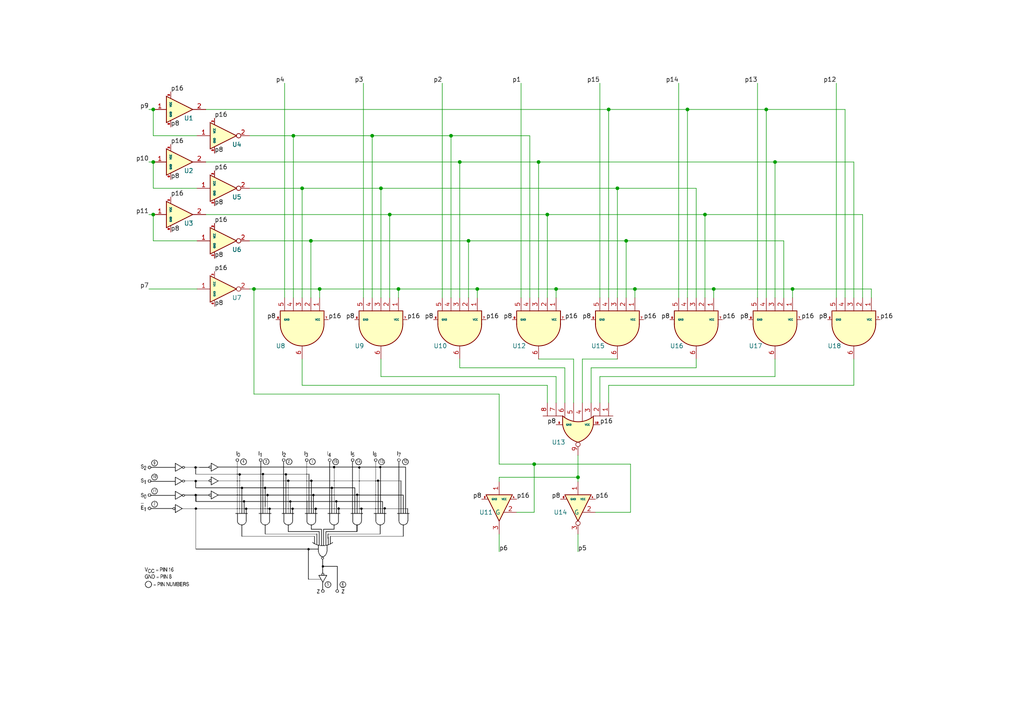
<source format=kicad_sch>
(kicad_sch (version 20231120) (generator "eeschema") (generator_version "8.0")
  (paper "A4")
  (lib_symbols
    (symbol "SimCad:AND5" (pin_names (offset 1.016))
      (property "Reference" "U" (at 2.54 7.62 0))
      (symbol "AND5_1_1"
        (polyline (pts (xy 1.27 6.35) (xy -2.54 6.35) (xy -2.54 -6.35) (xy 1.27 -6.35)) (stroke (width 0.254)) (fill (type background)))
        (arc (start 1.27 -6.35) (mid 7.62 0) (end 1.27 6.35) (stroke (width 0.254)) (fill (type background)))
        (pin input line (at 0 -7.62 90) (length 1.27) (name "GND") (number "0"))
        (pin input line (at -6.35 5.08 0) (length 3.81) (name "~") (number "1"))
        (pin input line (at -6.35 2.54 0) (length 3.81) (name "~") (number "2"))
        (pin input line (at -6.35 0 0) (length 3.81) (name "~") (number "3"))
        (pin input line (at -6.35 -2.54 0) (length 3.81) (name "~") (number "4"))
        (pin input line (at -6.35 -5.08 0) (length 3.81) (name "~") (number "5"))
        (pin output line (at 11.43 0 180) (length 3.81) (name "~") (number "6"))
        (pin input line (at 0 7.62 270) (length 1.27) (name "VCC") (number "7"))
      )
    )
    (symbol "SimCad:BUF" (pin_names (offset 1.016))
      (property "Reference" "U" (at 2.54 5.08 0))
      (symbol "BUF_1_1"
        (polyline (pts (xy -1.27 3.81) (xy -1.27 -3.81) (xy 6.35 0) (xy -1.27 3.81)) (stroke (width 0.254)) (fill (type background)))
        (pin input line (at 0 -5.08 90) (length 1.8034) (name "GND") (number "0"))
        (pin input line (at -5.08 0 0) (length 3.81) (name "~") (number "1"))
        (pin output line (at 10.16 0 180) (length 3.81) (name "~") (number "2"))
        (pin input line (at 0 5.08 270) (length 1.8034) (name "VCC") (number "3"))
      )
    )
    (symbol "SimCad:BUF_G" (pin_names (offset 1.016))
      (property "Reference" "U" (at -3.81 5.08 0))
      (symbol "BUF_G_1_1"
        (polyline (pts (xy -1.27 3.81) (xy -1.27 -3.81) (xy 6.35 0) (xy -1.27 3.81)) (stroke (width 0.254)) (fill (type background)))
        (pin input line (at 0 -5.08 90) (length 1.8034) (name "GND") (number "0"))
        (pin input line (at -5.08 0 0) (length 3.81) (name "~") (number "1"))
        (pin input line (at 3.81 5.08 270) (length 3.7084) (name "G") (number "2"))
        (pin output line (at 10.16 0 180) (length 3.81) (name "~") (number "3"))
        (pin input line (at 0 5.08 270) (length 1.8034) (name "VCC") (number "4"))
      )
    )
    (symbol "SimCad:INV" (pin_names (offset 1.016))
      (property "Reference" "U" (at 2.54 5.08 0))
      (symbol "INV_1_1"
        (polyline (pts (xy -1.27 3.81) (xy -1.27 -3.81) (xy 6.35 0) (xy -1.27 3.81)) (stroke (width 0.254)) (fill (type background)))
        (pin input line (at 0 -5.08 90) (length 1.8034) (name "GND") (number "0"))
        (pin input line (at -5.08 0 0) (length 3.81) (name "~") (number "1"))
        (pin output inverted (at 10.16 0 180) (length 3.81) (name "~") (number "2"))
        (pin input line (at 0 5.08 270) (length 1.8034) (name "VCC") (number "3"))
      )
    )
    (symbol "SimCad:INV_G" (pin_names (offset 1.016))
      (property "Reference" "U" (at -5.08 5.08 0))
      (symbol "INV_G_1_1"
        (polyline (pts (xy -1.27 3.81) (xy -1.27 -3.81) (xy 6.35 0) (xy -1.27 3.81)) (stroke (width 0.254)) (fill (type background)))
        (pin input line (at 0 -5.08 90) (length 1.8034) (name "GND") (number "0"))
        (pin input line (at -5.08 0 0) (length 3.81) (name "~") (number "1"))
        (pin input line (at 3.81 5.08 270) (length 3.7084) (name "G") (number "2"))
        (pin output inverted (at 10.16 0 180) (length 3.81) (name "~") (number "3"))
        (pin input line (at 0 5.08 270) (length 1.8034) (name "VCC") (number "4"))
      )
    )
    (symbol "SimCad:NOR8" (pin_names (offset 1.016))
      (property "Reference" "U" (at 5.08 -5.08 0))
      (symbol "NOR8_0_1"
        (polyline (pts (xy -2.54 -5.08) (xy -2.54 -10.16)))
        (polyline (pts (xy -2.54 -5.08) (xy -2.54 -4.445)))
        (polyline (pts (xy -2.54 5.08) (xy -2.54 4.445)))
        (polyline (pts (xy -2.54 5.08) (xy -2.54 10.16)))
      )
      (symbol "NOR8_1_1"
        (arc (start -2.54 -4.445) (mid -0.8518 -0.023) (end -2.413 4.445) (stroke (width 0.254)))
        (arc (start 0 -4.445) (mid 3.2076 -2.9869) (end 5.08 0) (stroke (width 0.254)) (fill (type background)))
        (polyline (pts (xy 0 -4.445) (xy -2.54 -4.445)) (stroke (width 0.254)))
        (polyline (pts (xy 0 4.445) (xy -2.413 4.445)) (stroke (width 0.254)))
        (polyline (pts (xy 0 4.445) (xy 0 -4.445) (xy -2.54 -4.445) (xy -1.651 -3.175) (xy -1.016 -1.397) (xy -0.889 -0.254) (xy -0.889 0.635) (xy -1.016 1.651) (xy -1.27 2.286) (xy -1.524 3.048) (xy -1.905 3.683) (xy -2.413 4.445) (xy 0 4.445)) (stroke (width -25.4)) (fill (type background)))
        (arc (start 5.08 0) (mid 3.1803 2.9562) (end 0 4.445) (stroke (width 0.254)) (fill (type background)))
        (pin input line (at 0 -6.35 90) (length 1.8034) (name "GND") (number "0"))
        (pin input line (at -6.35 8.89 0) (length 3.81) (name "~") (number "1"))
        (pin input line (at 0 6.35 270) (length 1.8034) (name "VCC") (number "10"))
        (pin input line (at -6.35 6.35 0) (length 3.81) (name "~") (number "2"))
        (pin input line (at -6.35 3.81 0) (length 4.2926) (name "~") (number "3"))
        (pin input line (at -6.35 1.27 0) (length 5.3086) (name "~") (number "4"))
        (pin input line (at -6.35 -1.27 0) (length 5.3086) (name "~") (number "5"))
        (pin input line (at -6.35 -3.81 0) (length 4.2926) (name "~") (number "6"))
        (pin input line (at -6.35 -6.35 0) (length 3.81) (name "~") (number "7"))
        (pin input line (at -6.35 -8.89 0) (length 3.81) (name "~") (number "8"))
        (pin output inverted (at 8.89 0 180) (length 3.81) (name "~") (number "9"))
      )
    )
  )
  (junction (at 85.09 39.37))
  (junction (at 224.79 46.99))
  (junction (at 181.61 69.85))
  (junction (at 87.63 54.61))
  (junction (at 161.29 83.82))
  (junction (at 199.39 31.75))
  (junction (at 229.87 83.82))
  (junction (at 44.45 31.75))
  (junction (at 44.45 46.99))
  (junction (at 179.07 54.61))
  (junction (at 154.94 134.62))
  (junction (at 156.21 46.99))
  (junction (at 207.01 83.82))
  (junction (at 133.35 46.99))
  (junction (at 110.49 54.61))
  (junction (at 135.89 69.85))
  (junction (at 158.75 62.23))
  (junction (at 204.47 62.23))
  (junction (at 90.17 69.85))
  (junction (at 222.25 31.75))
  (junction (at 92.71 83.82))
  (junction (at 176.53 31.75))
  (junction (at 138.43 83.82))
  (junction (at 184.15 83.82))
  (junction (at 73.66 83.82))
  (junction (at 107.95 39.37))
  (junction (at 113.03 62.23))
  (junction (at 44.45 62.23))
  (junction (at 115.57 83.82))
  (junction (at 130.81 39.37))
  (junction (at 167.64 138.43))
  (wire (pts (xy 163.83 116.84) (xy 163.83 106.68)))
  (wire (pts (xy 222.25 31.75) (xy 222.25 86.36)))
  (wire (pts (xy 204.47 62.23) (xy 204.47 86.36)))
  (wire (pts (xy 173.99 86.36) (xy 173.99 24.13)))
  (wire (pts (xy 138.43 83.82) (xy 138.43 86.36)))
  (wire (pts (xy 73.66 83.82) (xy 92.71 83.82)))
  (wire (pts (xy 128.27 86.36) (xy 128.27 24.13)))
  (wire (pts (xy 72.39 83.82) (xy 73.66 83.82)))
  (wire (pts (xy 161.29 109.22) (xy 110.49 109.22)))
  (wire (pts (xy 107.95 39.37) (xy 107.95 86.36)))
  (wire (pts (xy 247.65 111.76) (xy 247.65 104.14)))
  (wire (pts (xy 72.39 69.85) (xy 90.17 69.85)))
  (wire (pts (xy 156.21 46.99) (xy 224.79 46.99)))
  (wire (pts (xy 105.41 86.36) (xy 105.41 24.13)))
  (wire (pts (xy 158.75 62.23) (xy 204.47 62.23)))
  (wire (pts (xy 73.66 114.3) (xy 144.78 114.3)))
  (wire (pts (xy 176.53 111.76) (xy 247.65 111.76)))
  (wire (pts (xy 72.39 54.61) (xy 87.63 54.61)))
  (wire (pts (xy 229.87 83.82) (xy 229.87 86.36)))
  (wire (pts (xy 57.15 54.61) (xy 44.45 54.61)))
  (wire (pts (xy 181.61 69.85) (xy 181.61 86.36)))
  (wire (pts (xy 156.21 46.99) (xy 156.21 86.36)))
  (wire (pts (xy 44.45 46.99) (xy 43.18 46.99)))
  (wire (pts (xy 182.88 148.59) (xy 182.88 134.62)))
  (wire (pts (xy 133.35 46.99) (xy 133.35 86.36)))
  (wire (pts (xy 199.39 31.75) (xy 199.39 86.36)))
  (wire (pts (xy 154.94 148.59) (xy 154.94 134.62)))
  (wire (pts (xy 207.01 83.82) (xy 229.87 83.82)))
  (wire (pts (xy 87.63 54.61) (xy 110.49 54.61)))
  (wire (pts (xy 85.09 39.37) (xy 107.95 39.37)))
  (wire (pts (xy 181.61 69.85) (xy 227.33 69.85)))
  (wire (pts (xy 247.65 46.99) (xy 247.65 86.36)))
  (wire (pts (xy 167.64 138.43) (xy 167.64 139.7)))
  (wire (pts (xy 57.15 83.82) (xy 43.18 83.82)))
  (wire (pts (xy 161.29 116.84) (xy 161.29 109.22)))
  (wire (pts (xy 224.79 46.99) (xy 247.65 46.99)))
  (wire (pts (xy 90.17 69.85) (xy 135.89 69.85)))
  (wire (pts (xy 184.15 83.82) (xy 207.01 83.82)))
  (wire (pts (xy 113.03 62.23) (xy 158.75 62.23)))
  (wire (pts (xy 110.49 109.22) (xy 110.49 104.14)))
  (wire (pts (xy 92.71 83.82) (xy 115.57 83.82)))
  (wire (pts (xy 171.45 116.84) (xy 171.45 106.68)))
  (wire (pts (xy 144.78 114.3) (xy 144.78 134.62)))
  (wire (pts (xy 87.63 111.76) (xy 87.63 104.14)))
  (wire (pts (xy 59.69 31.75) (xy 176.53 31.75)))
  (wire (pts (xy 110.49 54.61) (xy 110.49 86.36)))
  (wire (pts (xy 158.75 111.76) (xy 87.63 111.76)))
  (wire (pts (xy 222.25 31.75) (xy 245.11 31.75)))
  (wire (pts (xy 87.63 54.61) (xy 87.63 86.36)))
  (wire (pts (xy 57.15 69.85) (xy 44.45 69.85)))
  (wire (pts (xy 167.64 154.94) (xy 167.64 160.02)))
  (wire (pts (xy 59.69 46.99) (xy 133.35 46.99)))
  (wire (pts (xy 133.35 106.68) (xy 133.35 104.14)))
  (wire (pts (xy 130.81 39.37) (xy 130.81 86.36)))
  (wire (pts (xy 167.64 138.43) (xy 144.78 138.43)))
  (wire (pts (xy 250.19 62.23) (xy 250.19 86.36)))
  (wire (pts (xy 176.53 31.75) (xy 176.53 86.36)))
  (wire (pts (xy 59.69 62.23) (xy 113.03 62.23)))
  (wire (pts (xy 201.93 54.61) (xy 201.93 86.36)))
  (wire (pts (xy 224.79 46.99) (xy 224.79 86.36)))
  (wire (pts (xy 167.64 132.08) (xy 167.64 138.43)))
  (wire (pts (xy 133.35 46.99) (xy 156.21 46.99)))
  (wire (pts (xy 168.91 104.14) (xy 179.07 104.14)))
  (wire (pts (xy 224.79 109.22) (xy 224.79 104.14)))
  (wire (pts (xy 163.83 106.68) (xy 133.35 106.68)))
  (wire (pts (xy 172.72 148.59) (xy 182.88 148.59)))
  (wire (pts (xy 115.57 83.82) (xy 115.57 86.36)))
  (wire (pts (xy 179.07 54.61) (xy 201.93 54.61)))
  (wire (pts (xy 161.29 83.82) (xy 161.29 86.36)))
  (wire (pts (xy 44.45 54.61) (xy 44.45 46.99)))
  (wire (pts (xy 173.99 109.22) (xy 224.79 109.22)))
  (wire (pts (xy 184.15 83.82) (xy 184.15 86.36)))
  (wire (pts (xy 85.09 39.37) (xy 85.09 86.36)))
  (wire (pts (xy 135.89 69.85) (xy 181.61 69.85)))
  (wire (pts (xy 158.75 62.23) (xy 158.75 86.36)))
  (wire (pts (xy 166.37 104.14) (xy 156.21 104.14)))
  (wire (pts (xy 92.71 83.82) (xy 92.71 86.36)))
  (wire (pts (xy 107.95 39.37) (xy 130.81 39.37)))
  (wire (pts (xy 182.88 134.62) (xy 154.94 134.62)))
  (wire (pts (xy 173.99 116.84) (xy 173.99 109.22)))
  (wire (pts (xy 144.78 138.43) (xy 144.78 139.7)))
  (wire (pts (xy 110.49 54.61) (xy 179.07 54.61)))
  (wire (pts (xy 171.45 106.68) (xy 201.93 106.68)))
  (wire (pts (xy 44.45 31.75) (xy 43.18 31.75)))
  (wire (pts (xy 168.91 116.84) (xy 168.91 104.14)))
  (wire (pts (xy 138.43 83.82) (xy 161.29 83.82)))
  (wire (pts (xy 161.29 83.82) (xy 184.15 83.82)))
  (wire (pts (xy 73.66 114.3) (xy 73.66 83.82)))
  (wire (pts (xy 153.67 39.37) (xy 153.67 86.36)))
  (wire (pts (xy 90.17 69.85) (xy 90.17 86.36)))
  (wire (pts (xy 242.57 86.36) (xy 242.57 24.13)))
  (wire (pts (xy 44.45 69.85) (xy 44.45 62.23)))
  (wire (pts (xy 227.33 69.85) (xy 227.33 86.36)))
  (wire (pts (xy 72.39 39.37) (xy 85.09 39.37)))
  (wire (pts (xy 179.07 54.61) (xy 179.07 86.36)))
  (wire (pts (xy 166.37 116.84) (xy 166.37 104.14)))
  (wire (pts (xy 229.87 83.82) (xy 252.73 83.82)))
  (wire (pts (xy 113.03 62.23) (xy 113.03 86.36)))
  (wire (pts (xy 176.53 116.84) (xy 176.53 111.76)))
  (wire (pts (xy 252.73 83.82) (xy 252.73 86.36)))
  (wire (pts (xy 82.55 86.36) (xy 82.55 24.13)))
  (wire (pts (xy 196.85 86.36) (xy 196.85 24.13)))
  (wire (pts (xy 158.75 116.84) (xy 158.75 111.76)))
  (wire (pts (xy 149.86 148.59) (xy 154.94 148.59)))
  (wire (pts (xy 44.45 62.23) (xy 43.18 62.23)))
  (wire (pts (xy 144.78 160.02) (xy 144.78 154.94)))
  (wire (pts (xy 44.45 39.37) (xy 44.45 31.75)))
  (wire (pts (xy 199.39 31.75) (xy 222.25 31.75)))
  (wire (pts (xy 115.57 83.82) (xy 138.43 83.82)))
  (wire (pts (xy 151.13 86.36) (xy 151.13 24.13)))
  (wire (pts (xy 219.71 86.36) (xy 219.71 24.13)))
  (wire (pts (xy 245.11 31.75) (xy 245.11 86.36)))
  (wire (pts (xy 154.94 134.62) (xy 144.78 134.62)))
  (wire (pts (xy 176.53 31.75) (xy 199.39 31.75)))
  (wire (pts (xy 57.15 39.37) (xy 44.45 39.37)))
  (wire (pts (xy 130.81 39.37) (xy 153.67 39.37)))
  (wire (pts (xy 207.01 83.82) (xy 207.01 86.36)))
  (wire (pts (xy 135.89 69.85) (xy 135.89 86.36)))
  (wire (pts (xy 204.47 62.23) (xy 250.19 62.23)))
  (wire (pts (xy 201.93 106.68) (xy 201.93 104.14)))
  (image (at 80.01 151.13) (scale 0.313333))
  (label "p16" (at 149.86 144.78 0))
  (label "p16" (at 163.83 92.71 0))
  (label "p8" (at 102.87 92.71 180))
  (label "p16" (at 62.23 34.29 0))
  (label "p13" (at 219.71 24.13 180))
  (label "p8" (at 240.03 92.71 180))
  (label "p16" (at 118.11 92.71 0))
  (label "p16" (at 255.27 92.71 0))
  (label "p16" (at 49.53 26.67 0))
  (label "p11" (at 43.18 62.23 180))
  (label "p16" (at 186.69 92.71 0))
  (label "p8" (at 217.17 92.71 180))
  (label "p8" (at 49.53 36.83 0))
  (label "p8" (at 62.23 59.69 0))
  (label "p16" (at 62.23 49.53 0))
  (label "p8" (at 80.01 92.71 180))
  (label "p8" (at 125.73 92.71 180))
  (label "p16" (at 140.97 92.71 0))
  (label "p16" (at 49.53 41.91 0))
  (label "p16" (at 209.55 92.71 0))
  (label "p8" (at 49.53 67.31 0))
  (label "p16" (at 172.72 144.78 0))
  (label "p8" (at 161.29 123.19 180))
  (label "p8" (at 148.59 92.71 180))
  (label "p16" (at 62.23 64.77 0))
  (label "p8" (at 139.7 144.78 180))
  (label "p16" (at 62.23 78.74 0))
  (label "p1" (at 151.13 24.13 180))
  (label "p12" (at 242.57 24.13 180))
  (label "p4" (at 82.55 24.13 180))
  (label "p9" (at 43.18 31.75 180))
  (label "p8" (at 62.23 88.9 0))
  (label "p3" (at 105.41 24.13 180))
  (label "p8" (at 162.56 144.78 180))
  (label "p5" (at 167.64 160.02 0))
  (label "p8" (at 62.23 44.45 0))
  (label "p7" (at 43.18 83.82 180))
  (label "p8" (at 194.31 92.71 180))
  (label "p8" (at 49.53 52.07 0))
  (label "p14" (at 196.85 24.13 180))
  (label "p2" (at 128.27 24.13 180))
  (label "p16" (at 95.25 92.71 0))
  (label "p16" (at 173.99 123.19 0))
  (label "p15" (at 173.99 24.13 180))
  (label "p16" (at 49.53 57.15 0))
  (label "p8" (at 171.45 92.71 180))
  (label "p8" (at 62.23 74.93 0))
  (label "p16" (at 232.41 92.71 0))
  (label "p10" (at 43.18 46.99 180))
  (label "p6" (at 144.78 160.02 0))
  (symbol (lib_id "SimCad:AND5") (at 87.63 92.71 270) (unit 1)
    (property "Reference" "U8" (at 80.01 100.33 90) (effects (justify left)))
    (property "Value" "AND5" (effects (hide yes)))
  )
  (symbol (lib_id "SimCad:AND5") (at 110.49 92.71 270) (unit 1)
    (property "Reference" "U9" (at 102.87 100.33 90) (effects (justify left)))
    (property "Value" "AND5" (effects (hide yes)))
  )
  (symbol (lib_id "SimCad:AND5") (at 133.35 92.71 270) (unit 1)
    (property "Reference" "U10" (at 125.73 100.33 90) (effects (justify left)))
    (property "Value" "AND5" (effects (hide yes)))
  )
  (symbol (lib_id "SimCad:AND5") (at 156.21 92.71 270) (unit 1)
    (property "Reference" "U12" (at 148.59 100.33 90) (effects (justify left)))
    (property "Value" "AND5" (effects (hide yes)))
  )
  (symbol (lib_id "SimCad:AND5") (at 179.07 92.71 270) (unit 1)
    (property "Reference" "U15" (at 171.45 100.33 90) (effects (justify left)))
    (property "Value" "AND5" (effects (hide yes)))
  )
  (symbol (lib_id "SimCad:AND5") (at 201.93 92.71 270) (unit 1)
    (property "Reference" "U16" (at 194.31 100.33 90) (effects (justify left)))
    (property "Value" "AND5" (effects (hide yes)))
  )
  (symbol (lib_id "SimCad:AND5") (at 224.79 92.71 270) (unit 1)
    (property "Reference" "U17" (at 217.17 100.33 90) (effects (justify left)))
    (property "Value" "AND5" (effects (hide yes)))
  )
  (symbol (lib_id "SimCad:AND5") (at 247.65 92.71 270) (unit 1)
    (property "Reference" "U18" (at 240.03 100.33 90) (effects (justify left)))
    (property "Value" "AND5" (effects (hide yes)))
  )
  (symbol (lib_id "SimCad:INV") (at 62.23 39.37 0) (unit 1)
    (property "Reference" "U4" (at 67.31 41.91 0) (effects (justify left)))
    (property "Value" "INV" (effects (hide yes)))
  )
  (symbol (lib_id "SimCad:BUF") (at 49.53 31.75 0) (unit 1)
    (property "Reference" "U1" (at 53.34 34.29 0) (effects (justify left)))
    (property "Value" "BUF" (effects (hide yes)))
  )
  (symbol (lib_id "SimCad:INV") (at 62.23 54.61 0) (unit 1)
    (property "Reference" "U5" (at 67.31 57.15 0) (effects (justify left)))
    (property "Value" "INV" (effects (hide yes)))
  )
  (symbol (lib_id "SimCad:BUF") (at 49.53 46.99 0) (unit 1)
    (property "Reference" "U2" (at 53.34 49.53 0) (effects (justify left)))
    (property "Value" "BUF" (effects (hide yes)))
  )
  (symbol (lib_id "SimCad:INV_G") (at 167.64 144.78 270) (unit 1)
    (property "Reference" "U14" (at 162.56 148.59 90))
    (property "Value" "INV_G" (effects (hide yes)))
  )
  (symbol (lib_id "SimCad:INV") (at 62.23 69.85 0) (unit 1)
    (property "Reference" "U6" (at 67.31 72.39 0) (effects (justify left)))
    (property "Value" "INV" (effects (hide yes)))
  )
  (symbol (lib_id "SimCad:BUF") (at 49.53 62.23 0) (unit 1)
    (property "Reference" "U3" (at 53.34 64.77 0) (effects (justify left)))
    (property "Value" "BUF" (effects (hide yes)))
  )
  (symbol (lib_id "SimCad:BUF_G") (at 144.78 144.78 270) (unit 1)
    (property "Reference" "U11" (at 140.97 148.59 90))
    (property "Value" "BUF_G" (effects (hide yes)))
  )
  (symbol (lib_id "SimCad:INV") (at 62.23 83.82 0) (unit 1)
    (property "Reference" "U7" (at 67.31 86.36 0) (effects (justify left)))
    (property "Value" "INV" (effects (hide yes)))
  )
  (symbol (lib_id "SimCad:NOR8") (at 167.64 123.19 270) (unit 1)
    (property "Reference" "U13" (at 160.02 128.27 90) (effects (justify left)))
    (property "Value" "NOR8" (effects (hide yes)))
  )
)
</source>
